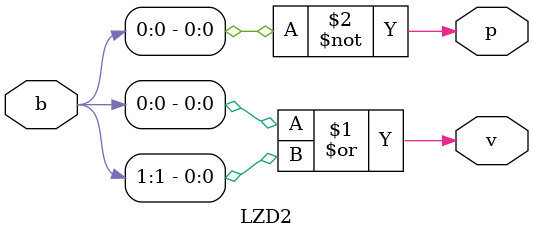
<source format=sv>
module LZD2(input logic [0:1] b, output logic v, output logic p);

    assign v = b[0] | b[1];
    assign p = ~b[0];
    
endmodule

</source>
